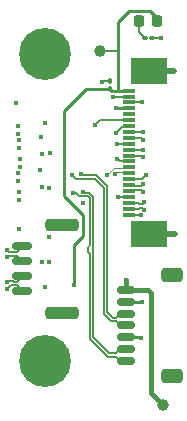
<source format=gbr>
%TF.GenerationSoftware,KiCad,Pcbnew,7.0.10*%
%TF.CreationDate,2024-02-01T11:04:59-05:00*%
%TF.ProjectId,quad_payload_adapter,71756164-5f70-4617-996c-6f61645f6164,rev?*%
%TF.SameCoordinates,Original*%
%TF.FileFunction,Copper,L1,Top*%
%TF.FilePolarity,Positive*%
%FSLAX46Y46*%
G04 Gerber Fmt 4.6, Leading zero omitted, Abs format (unit mm)*
G04 Created by KiCad (PCBNEW 7.0.10) date 2024-02-01 11:04:59*
%MOMM*%
%LPD*%
G01*
G04 APERTURE LIST*
G04 Aperture macros list*
%AMRoundRect*
0 Rectangle with rounded corners*
0 $1 Rounding radius*
0 $2 $3 $4 $5 $6 $7 $8 $9 X,Y pos of 4 corners*
0 Add a 4 corners polygon primitive as box body*
4,1,4,$2,$3,$4,$5,$6,$7,$8,$9,$2,$3,0*
0 Add four circle primitives for the rounded corners*
1,1,$1+$1,$2,$3*
1,1,$1+$1,$4,$5*
1,1,$1+$1,$6,$7*
1,1,$1+$1,$8,$9*
0 Add four rect primitives between the rounded corners*
20,1,$1+$1,$2,$3,$4,$5,0*
20,1,$1+$1,$4,$5,$6,$7,0*
20,1,$1+$1,$6,$7,$8,$9,0*
20,1,$1+$1,$8,$9,$2,$3,0*%
G04 Aperture macros list end*
%TA.AperFunction,SMDPad,CuDef*%
%ADD10RoundRect,0.150000X-0.700000X0.150000X-0.700000X-0.150000X0.700000X-0.150000X0.700000X0.150000X0*%
%TD*%
%TA.AperFunction,SMDPad,CuDef*%
%ADD11RoundRect,0.250000X-1.150000X0.250000X-1.150000X-0.250000X1.150000X-0.250000X1.150000X0.250000X0*%
%TD*%
%TA.AperFunction,ComponentPad*%
%ADD12C,4.400000*%
%TD*%
%TA.AperFunction,SMDPad,CuDef*%
%ADD13RoundRect,0.100000X-0.130000X-0.100000X0.130000X-0.100000X0.130000X0.100000X-0.130000X0.100000X0*%
%TD*%
%TA.AperFunction,SMDPad,CuDef*%
%ADD14R,1.117600X0.304800*%
%TD*%
%TA.AperFunction,SMDPad,CuDef*%
%ADD15R,3.124200X2.311400*%
%TD*%
%TA.AperFunction,SMDPad,CuDef*%
%ADD16RoundRect,0.100000X0.100000X-0.130000X0.100000X0.130000X-0.100000X0.130000X-0.100000X-0.130000X0*%
%TD*%
%TA.AperFunction,SMDPad,CuDef*%
%ADD17RoundRect,0.218750X-0.218750X-0.256250X0.218750X-0.256250X0.218750X0.256250X-0.218750X0.256250X0*%
%TD*%
%TA.AperFunction,SMDPad,CuDef*%
%ADD18RoundRect,0.250000X0.650000X-0.350000X0.650000X0.350000X-0.650000X0.350000X-0.650000X-0.350000X0*%
%TD*%
%TA.AperFunction,SMDPad,CuDef*%
%ADD19RoundRect,0.150000X0.625000X-0.150000X0.625000X0.150000X-0.625000X0.150000X-0.625000X-0.150000X0*%
%TD*%
%TA.AperFunction,SMDPad,CuDef*%
%ADD20C,1.000000*%
%TD*%
%TA.AperFunction,ViaPad*%
%ADD21C,0.400000*%
%TD*%
%TA.AperFunction,Conductor*%
%ADD22C,0.144780*%
%TD*%
%TA.AperFunction,Conductor*%
%ADD23C,0.254000*%
%TD*%
%TA.AperFunction,Conductor*%
%ADD24C,0.111760*%
%TD*%
%TA.AperFunction,Conductor*%
%ADD25C,0.381000*%
%TD*%
%TA.AperFunction,Conductor*%
%ADD26C,0.152400*%
%TD*%
%TA.AperFunction,Conductor*%
%ADD27C,0.127000*%
%TD*%
%TA.AperFunction,Conductor*%
%ADD28C,0.132080*%
%TD*%
%TA.AperFunction,Conductor*%
%ADD29C,0.508000*%
%TD*%
G04 APERTURE END LIST*
D10*
%TO.P,J4,1,Pin_1*%
%TO.N,ETH_PAYLOAD_RX_POSTMAG_P*%
X94050000Y-103280000D03*
%TO.P,J4,2,Pin_2*%
%TO.N,ETH_PAYLOAD_RX_POSTMAG_N*%
X94050000Y-104530000D03*
%TO.P,J4,3,Pin_3*%
%TO.N,ETH_PAYLOAD_TX_POSTMAG_P*%
X94050000Y-105780000D03*
%TO.P,J4,4,Pin_4*%
%TO.N,ETH_PAYLOAD_TX_POSTMAG_N*%
X94050000Y-107030000D03*
D11*
%TO.P,J4,MP*%
%TO.N,N/C*%
X97400000Y-101430000D03*
X97400000Y-108880000D03*
%TD*%
D12*
%TO.P,H1,1,1*%
%TO.N,GND*%
X96000000Y-87000000D03*
%TD*%
D13*
%TO.P,R1,1*%
%TO.N,Net-(D1-K)*%
X104410000Y-85630000D03*
%TO.P,R1,2*%
%TO.N,GND*%
X105050000Y-85630000D03*
%TD*%
D14*
%TO.P,J1,1,Pin_1*%
%TO.N,GND*%
X103050000Y-100589999D03*
%TO.P,J1,2,Pin_2*%
%TO.N,CAM1_D0_N*%
X103050000Y-100090000D03*
%TO.P,J1,3,Pin_3*%
%TO.N,CAM1_D0_P*%
X103050000Y-99589998D03*
%TO.P,J1,4,Pin_4*%
%TO.N,GND*%
X103050000Y-99089999D03*
%TO.P,J1,5,Pin_5*%
%TO.N,CAM1_D1_N*%
X103050000Y-98590000D03*
%TO.P,J1,6,Pin_6*%
%TO.N,CAM1_D1_P*%
X103050000Y-98089999D03*
%TO.P,J1,7,Pin_7*%
%TO.N,GND*%
X103050000Y-97590000D03*
%TO.P,J1,8,Pin_8*%
%TO.N,CAM1_C_N*%
X103050000Y-97089998D03*
%TO.P,J1,9,Pin_9*%
%TO.N,CAM1_C_P*%
X103050000Y-96589999D03*
%TO.P,J1,10,Pin_10*%
%TO.N,GND*%
X103050000Y-96090000D03*
%TO.P,J1,11,Pin_11*%
%TO.N,CAM1_D2_N*%
X103050000Y-95589999D03*
%TO.P,J1,12,Pin_12*%
%TO.N,CAM1_D2_P*%
X103050000Y-95090000D03*
%TO.P,J1,13,Pin_13*%
%TO.N,GND*%
X103050000Y-94589998D03*
%TO.P,J1,14,Pin_14*%
%TO.N,CAM1_D3_N*%
X103050000Y-94089999D03*
%TO.P,J1,15,Pin_15*%
%TO.N,CAM1_D3_P*%
X103050000Y-93590000D03*
%TO.P,J1,16,Pin_16*%
%TO.N,GND*%
X103050000Y-93089999D03*
%TO.P,J1,17,Pin_17*%
%TO.N,CAM_GPIO*%
X103050000Y-92590000D03*
%TO.P,J1,18,Pin_18*%
%TO.N,unconnected-(J1-Pin_18-Pad18)*%
X103050000Y-92089998D03*
%TO.P,J1,19,Pin_19*%
%TO.N,GND*%
X103050000Y-91589999D03*
%TO.P,J1,20,Pin_20*%
%TO.N,SCL0*%
X103050000Y-91090000D03*
%TO.P,J1,21,Pin_21*%
%TO.N,SDA0*%
X103050000Y-90589999D03*
%TO.P,J1,22,Pin_22*%
%TO.N,+3.3V*%
X103050000Y-90090000D03*
D15*
%TO.P,J1,23,S1*%
%TO.N,GND*%
X104749999Y-102254999D03*
%TO.P,J1,24,S2*%
X104749999Y-88424999D03*
%TD*%
D16*
%TO.P,C1,1*%
%TO.N,+3.3V*%
X101470000Y-89955000D03*
%TO.P,C1,2*%
%TO.N,GND*%
X101470000Y-89315000D03*
%TD*%
D17*
%TO.P,D1,1,K*%
%TO.N,Net-(D1-K)*%
X103888500Y-84229000D03*
%TO.P,D1,2,A*%
%TO.N,+3.3V*%
X105463500Y-84229000D03*
%TD*%
D12*
%TO.P,H2,1,1*%
%TO.N,GND*%
X96000000Y-113000000D03*
%TD*%
D18*
%TO.P,J3,MP*%
%TO.N,N/C*%
X106695000Y-105670000D03*
X106695000Y-114270000D03*
D19*
%TO.P,J3,7,Pin_7*%
%TO.N,+VIN_PROT_PAYLOAD*%
X102820000Y-106970000D03*
%TO.P,J3,6,Pin_6*%
%TO.N,GND*%
X102820000Y-107970000D03*
%TO.P,J3,5,Pin_5*%
%TO.N,USB2_SSRX-*%
X102820000Y-108970000D03*
%TO.P,J3,4,Pin_4*%
%TO.N,USB2_SSRX+*%
X102820000Y-109970000D03*
%TO.P,J3,3,Pin_3*%
%TO.N,GND*%
X102820000Y-110970000D03*
%TO.P,J3,2,Pin_2*%
%TO.N,USB2_SSTX-*%
X102820000Y-111970000D03*
%TO.P,J3,1,Pin_1*%
%TO.N,USB2_SSTX+*%
X102820000Y-112970000D03*
%TD*%
D20*
%TO.P,TP1,1,1*%
%TO.N,+3.3V*%
X100634800Y-86741000D03*
%TD*%
%TO.P,TP2,1,1*%
%TO.N,+VIN_PROT_PAYLOAD*%
X105994200Y-116713000D03*
%TD*%
D21*
%TO.N,CAM1_C_P*%
X101244400Y-97256600D03*
%TO.N,GND*%
X95504000Y-96774000D03*
X96316800Y-102514400D03*
X96266000Y-98298000D03*
X95707200Y-98272600D03*
X104089200Y-100660200D03*
X102158800Y-99085400D03*
X104495600Y-97231200D03*
X102057200Y-95859600D03*
X101955600Y-93675200D03*
X101955600Y-91567000D03*
%TO.N,CAM_GPIO*%
X100203000Y-93040200D03*
%TO.N,+3.3V*%
X98425000Y-106578400D03*
%TO.N,+VIN_PROT_PAYLOAD*%
X102819200Y-106121200D03*
%TO.N,GND*%
X96393000Y-95402400D03*
X95681800Y-95427802D03*
X95631000Y-93980000D03*
X95961200Y-92837000D03*
X95961200Y-106705400D03*
X96342200Y-104597200D03*
X95681800Y-104597200D03*
X93751400Y-101803200D03*
%TO.N,CAM_GPIO*%
X93497400Y-91135200D03*
%TO.N,SCL0*%
X104165400Y-91059000D03*
%TO.N,SDA0*%
X101752400Y-90627200D03*
%TO.N,GND*%
X102031800Y-94589600D03*
%TO.N,CAM1_D2_N*%
X104241600Y-95728130D03*
%TO.N,CAM1_D2_P*%
X104241600Y-95076670D03*
%TO.N,CAM1_D3_N*%
X104292400Y-94229530D03*
%TO.N,CAM1_D3_P*%
X104292400Y-93578070D03*
%TO.N,CAM1_D3_N*%
X93687668Y-93074270D03*
%TO.N,CAM1_D3_P*%
X93687668Y-93725730D03*
%TO.N,CAM1_D0_P*%
X93799153Y-99325730D03*
%TO.N,CAM1_D0_N*%
X93799153Y-98674270D03*
%TO.N,CAM1_D1_P*%
X93692365Y-97725730D03*
%TO.N,CAM1_D1_N*%
X93692365Y-97074270D03*
%TO.N,CAM1_C_N*%
X93811211Y-95874270D03*
%TO.N,CAM1_C_P*%
X93811211Y-96525730D03*
%TO.N,CAM1_D2_N*%
X93770992Y-94274270D03*
%TO.N,CAM1_D2_P*%
X93770992Y-94925730D03*
%TO.N,CAM1_C_N*%
X101867665Y-97165729D03*
%TO.N,CAM1_D1_N*%
X104267000Y-98665730D03*
%TO.N,CAM1_D1_P*%
X104267000Y-98014270D03*
%TO.N,CAM1_D0_N*%
X104368600Y-100165729D03*
%TO.N,CAM1_D0_P*%
X104368600Y-99514269D03*
%TO.N,GND*%
X100830000Y-89330000D03*
X105750000Y-85640000D03*
X106850000Y-88420000D03*
X106930000Y-102250000D03*
X104120000Y-111010000D03*
X104170000Y-107950000D03*
X99187000Y-99644200D03*
%TO.N,USB2_SSTX+*%
X98300000Y-98790000D03*
%TO.N,USB2_SSTX-*%
X99190000Y-98656500D03*
%TO.N,USB2_SSRX+*%
X98210000Y-97200000D03*
%TO.N,USB2_SSRX-*%
X98970000Y-97136500D03*
%TO.N,ETH_PAYLOAD_TX_POSTMAG_N*%
X92730000Y-106886360D03*
%TO.N,ETH_PAYLOAD_TX_POSTMAG_P*%
X92730000Y-106313640D03*
%TO.N,ETH_PAYLOAD_RX_POSTMAG_N*%
X92786465Y-104191360D03*
%TO.N,ETH_PAYLOAD_RX_POSTMAG_P*%
X92786465Y-103618640D03*
%TD*%
D22*
%TO.N,USB2_SSTX+*%
X102345000Y-112970000D02*
X102820000Y-112970000D01*
X101980890Y-112605890D02*
X102345000Y-112970000D01*
X101288512Y-112605890D02*
X101980890Y-112605890D01*
X99787710Y-111105088D02*
X101288512Y-112605890D01*
X99787710Y-103896266D02*
X99787710Y-111105088D01*
X99714276Y-103822833D02*
X99714277Y-103822833D01*
X99640843Y-103296266D02*
X99640843Y-103749400D01*
X99714277Y-103222833D02*
X99714276Y-103222833D01*
X99787710Y-99192488D02*
X99787710Y-103149400D01*
X98856800Y-99034600D02*
X99629822Y-99034600D01*
X98612200Y-98790000D02*
X98856800Y-99034600D01*
X99629822Y-99034600D02*
X99787710Y-99192488D01*
X98300000Y-98790000D02*
X98612200Y-98790000D01*
X99640867Y-103749400D02*
G75*
G03*
X99714276Y-103822833I73433J0D01*
G01*
X99787767Y-103896266D02*
G75*
G03*
X99714277Y-103822833I-73467J-34D01*
G01*
X99714276Y-103222843D02*
G75*
G03*
X99640843Y-103296266I24J-73457D01*
G01*
X99714277Y-103222810D02*
G75*
G03*
X99787710Y-103149400I23J73410D01*
G01*
D23*
%TO.N,+3.3V*%
X99452800Y-89955000D02*
X101470000Y-89955000D01*
X97612200Y-91795600D02*
X99452800Y-89955000D01*
X99161600Y-100584000D02*
X97612200Y-99034600D01*
X98425000Y-103149400D02*
X99161600Y-102412800D01*
X97612200Y-99034600D02*
X97612200Y-91795600D01*
X98425000Y-106578400D02*
X98425000Y-103149400D01*
X99161600Y-102412800D02*
X99161600Y-100584000D01*
D22*
%TO.N,USB2_SSTX-*%
X101980890Y-112334110D02*
X102345000Y-111970000D01*
X102345000Y-111970000D02*
X102820000Y-111970000D01*
X100059490Y-99079912D02*
X100059490Y-110992512D01*
X99709378Y-98729800D02*
X100059490Y-99079912D01*
X99263300Y-98729800D02*
X99709378Y-98729800D01*
X101401088Y-112334110D02*
X101980890Y-112334110D01*
X99190000Y-98656500D02*
X99263300Y-98729800D01*
X100059490Y-110992512D02*
X101401088Y-112334110D01*
D24*
%TO.N,CAM1_C_P*%
X101842611Y-96658389D02*
X102981610Y-96658389D01*
X101244400Y-97256600D02*
X101842611Y-96658389D01*
X102981610Y-96658389D02*
X103050000Y-96589999D01*
D25*
%TO.N,+VIN_PROT_PAYLOAD*%
X104952800Y-115671600D02*
X105994200Y-116713000D01*
X104952800Y-107213400D02*
X104952800Y-115671600D01*
X102820000Y-106970000D02*
X104709400Y-106970000D01*
X104709400Y-106970000D02*
X104952800Y-107213400D01*
D26*
%TO.N,+3.3V*%
X100634800Y-86741000D02*
X102124600Y-86741000D01*
D23*
X102150000Y-86715600D02*
X102150000Y-84260000D01*
X102150000Y-90090000D02*
X102150000Y-86715600D01*
D26*
X102124600Y-86741000D02*
X102150000Y-86715600D01*
%TO.N,GND*%
X104018999Y-100589999D02*
X104089200Y-100660200D01*
X103050000Y-100589999D02*
X104018999Y-100589999D01*
X102163399Y-99089999D02*
X102158800Y-99085400D01*
X103050000Y-99089999D02*
X102163399Y-99089999D01*
X103050000Y-97590000D02*
X104136800Y-97590000D01*
X104136800Y-97590000D02*
X104495600Y-97231200D01*
X102287600Y-96090000D02*
X102057200Y-95859600D01*
X103050000Y-96090000D02*
X102287600Y-96090000D01*
X102540801Y-93089999D02*
X101955600Y-93675200D01*
X103050000Y-93089999D02*
X102540801Y-93089999D01*
D23*
X101978599Y-91589999D02*
X101955600Y-91567000D01*
X103050000Y-91589999D02*
X101978599Y-91589999D01*
D27*
%TO.N,CAM_GPIO*%
X100653200Y-92590000D02*
X103050000Y-92590000D01*
X100203000Y-93040200D02*
X100653200Y-92590000D01*
D25*
%TO.N,+VIN_PROT_PAYLOAD*%
X102820000Y-106122000D02*
X102819200Y-106121200D01*
X102820000Y-106970000D02*
X102820000Y-106122000D01*
D27*
%TO.N,SCL0*%
X103050000Y-91090000D02*
X104134400Y-91090000D01*
X104134400Y-91090000D02*
X104165400Y-91059000D01*
%TO.N,SDA0*%
X101789601Y-90589999D02*
X103050000Y-90589999D01*
X101752400Y-90627200D02*
X101789601Y-90589999D01*
%TO.N,GND*%
X102032198Y-94589998D02*
X102031800Y-94589600D01*
X103050000Y-94589998D02*
X102032198Y-94589998D01*
D28*
%TO.N,CAM1_D2_N*%
X104103469Y-95589999D02*
X104241600Y-95728130D01*
X103050000Y-95589999D02*
X104103469Y-95589999D01*
%TO.N,CAM1_D2_P*%
X104228270Y-95090000D02*
X104241600Y-95076670D01*
X103050000Y-95090000D02*
X104228270Y-95090000D01*
%TO.N,CAM1_D3_N*%
X104152869Y-94089999D02*
X104292400Y-94229530D01*
X103050000Y-94089999D02*
X104152869Y-94089999D01*
%TO.N,CAM1_D3_P*%
X103050000Y-93590000D02*
X104280470Y-93590000D01*
X104280470Y-93590000D02*
X104292400Y-93578070D01*
D24*
%TO.N,CAM1_C_N*%
X102011785Y-97021609D02*
X101867665Y-97165729D01*
X102981611Y-97021609D02*
X102011785Y-97021609D01*
X103050000Y-97089998D02*
X102981611Y-97021609D01*
D28*
%TO.N,CAM1_D1_N*%
X104122880Y-98521610D02*
X104267000Y-98665730D01*
X103118390Y-98521610D02*
X104122880Y-98521610D01*
X103050000Y-98590000D02*
X103118390Y-98521610D01*
%TO.N,CAM1_D1_P*%
X104122880Y-98158390D02*
X104267000Y-98014270D01*
X103118391Y-98158390D02*
X104122880Y-98158390D01*
X103050000Y-98089999D02*
X103118391Y-98158390D01*
%TO.N,CAM1_D0_N*%
X104224480Y-100021609D02*
X104368600Y-100165729D01*
X103956592Y-100021609D02*
X104224480Y-100021609D01*
X103888201Y-100090000D02*
X103956592Y-100021609D01*
X103050000Y-100090000D02*
X103888201Y-100090000D01*
%TO.N,CAM1_D0_P*%
X104224480Y-99658389D02*
X104368600Y-99514269D01*
X103956592Y-99658389D02*
X104224480Y-99658389D01*
X103888201Y-99589998D02*
X103956592Y-99658389D01*
X103050000Y-99589998D02*
X103888201Y-99589998D01*
D23*
%TO.N,+3.3V*%
X105463500Y-83943500D02*
X105463500Y-84229000D01*
X104890000Y-83370000D02*
X105463500Y-83943500D01*
X103040000Y-83370000D02*
X104890000Y-83370000D01*
X102150000Y-84260000D02*
X103040000Y-83370000D01*
X102150000Y-90090000D02*
X101605000Y-90090000D01*
X103050000Y-90090000D02*
X102150000Y-90090000D01*
X101605000Y-90090000D02*
X101470000Y-89955000D01*
D26*
%TO.N,Net-(D1-K)*%
X103910000Y-85040000D02*
X103888500Y-85018500D01*
X103910000Y-85130000D02*
X103910000Y-85040000D01*
X104410000Y-85630000D02*
X103910000Y-85130000D01*
X103888500Y-85018500D02*
X103888500Y-84229000D01*
%TO.N,GND*%
X101470000Y-89315000D02*
X100845000Y-89315000D01*
X100845000Y-89315000D02*
X100830000Y-89330000D01*
X105740000Y-85630000D02*
X105750000Y-85640000D01*
X105050000Y-85630000D02*
X105740000Y-85630000D01*
D29*
X106845001Y-88424999D02*
X106850000Y-88420000D01*
X104749999Y-88424999D02*
X106845001Y-88424999D01*
X104749999Y-102254999D02*
X106925001Y-102254999D01*
X106925001Y-102254999D02*
X106930000Y-102250000D01*
D23*
X102820000Y-110970000D02*
X104080000Y-110970000D01*
X104080000Y-110970000D02*
X104120000Y-111010000D01*
X104150000Y-107970000D02*
X104170000Y-107950000D01*
X102820000Y-107970000D02*
X104150000Y-107970000D01*
D22*
%TO.N,USB2_SSRX+*%
X98545890Y-97535890D02*
X100173712Y-97535890D01*
X98545890Y-97535890D02*
X98210000Y-97200000D01*
%TO.N,USB2_SSRX-*%
X99097610Y-97264110D02*
X98970000Y-97136500D01*
X100286288Y-97264110D02*
X99097610Y-97264110D01*
X101215890Y-108853712D02*
X101215890Y-98193712D01*
X101696288Y-109334110D02*
X101215890Y-108853712D01*
X101980890Y-109334110D02*
X101696288Y-109334110D01*
X101215890Y-98193712D02*
X100286288Y-97264110D01*
X102820000Y-108970000D02*
X102345000Y-108970000D01*
%TO.N,USB2_SSRX+*%
X100944110Y-98306288D02*
X100173712Y-97535890D01*
X100944110Y-108966288D02*
X100944110Y-98306288D01*
X102345000Y-109970000D02*
X101980890Y-109605890D01*
X102820000Y-109970000D02*
X102345000Y-109970000D01*
X101583712Y-109605890D02*
X100944110Y-108966288D01*
X101980890Y-109605890D02*
X101583712Y-109605890D01*
%TO.N,USB2_SSRX-*%
X102345000Y-108970000D02*
X101980890Y-109334110D01*
D28*
%TO.N,ETH_PAYLOAD_TX_POSTMAG_P*%
X93577401Y-106252599D02*
X94050000Y-105780000D01*
X93301640Y-106252599D02*
X93577401Y-106252599D01*
X92967707Y-106217600D02*
X93266641Y-106217600D01*
X92871667Y-106313640D02*
X92967707Y-106217600D01*
X92730000Y-106313640D02*
X92871667Y-106313640D01*
%TO.N,ETH_PAYLOAD_TX_POSTMAG_N*%
X93577401Y-106557401D02*
X94050000Y-107030000D01*
X93185001Y-106557401D02*
X93577401Y-106557401D01*
%TO.N,ETH_PAYLOAD_TX_POSTMAG_P*%
X93266641Y-106217600D02*
X93301640Y-106252599D01*
%TO.N,ETH_PAYLOAD_TX_POSTMAG_N*%
X93150000Y-106522400D02*
X93185001Y-106557401D01*
X92730000Y-106886360D02*
X93093960Y-106522400D01*
X93093960Y-106522400D02*
X93150000Y-106522400D01*
%TO.N,ETH_PAYLOAD_RX_POSTMAG_N*%
X92920424Y-104057401D02*
X92786465Y-104191360D01*
X93577401Y-104057401D02*
X92920424Y-104057401D01*
X94050000Y-104530000D02*
X93577401Y-104057401D01*
%TO.N,ETH_PAYLOAD_RX_POSTMAG_P*%
X92920424Y-103752599D02*
X92786465Y-103618640D01*
X94050000Y-103280000D02*
X93577401Y-103752599D01*
X93577401Y-103752599D02*
X92920424Y-103752599D01*
%TD*%
M02*

</source>
